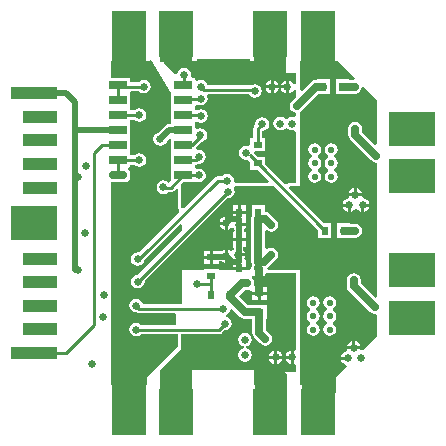
<source format=gbl>
%FSLAX24Y24*%
%MOIN*%
G70*
G01*
G75*
G04 Layer_Physical_Order=2*
G04 Layer_Color=16711680*
%ADD10R,0.0280X0.0159*%
%ADD11R,0.0450X0.0450*%
%ADD12R,0.0315X0.0236*%
%ADD13R,0.0236X0.0315*%
%ADD14R,0.0689X0.0433*%
%ADD15R,0.0689X0.0256*%
G04:AMPARAMS|DCode=16|XSize=68.9mil|YSize=25.6mil|CornerRadius=0mil|HoleSize=0mil|Usage=FLASHONLY|Rotation=0.000|XOffset=0mil|YOffset=0mil|HoleType=Round|Shape=Octagon|*
%AMOCTAGOND16*
4,1,8,0.0344,-0.0064,0.0344,0.0064,0.0281,0.0128,-0.0281,0.0128,-0.0344,0.0064,-0.0344,-0.0064,-0.0281,-0.0128,0.0281,-0.0128,0.0344,-0.0064,0.0*
%
%ADD16OCTAGOND16*%

%ADD17R,0.0950X0.1300*%
%ADD18R,0.0984X0.0394*%
%ADD19C,0.0100*%
%ADD20C,0.0197*%
%ADD21C,0.0256*%
%ADD22C,0.0787*%
%ADD23C,0.0315*%
%ADD24R,0.0400X0.0850*%
%ADD25R,0.0550X0.0150*%
%ADD26R,0.1000X0.0300*%
%ADD27R,0.0950X0.0700*%
%ADD28R,0.0600X0.0700*%
%ADD29R,0.1575X0.0394*%
%ADD30R,0.1181X0.0394*%
%ADD31R,0.1575X0.1181*%
%ADD32R,0.1181X0.1575*%
%ADD33C,0.0220*%
%ADD34C,0.0250*%
G04:AMPARAMS|DCode=35|XSize=59.1mil|YSize=26.7mil|CornerRadius=0mil|HoleSize=0mil|Usage=FLASHONLY|Rotation=0.000|XOffset=0mil|YOffset=0mil|HoleType=Round|Shape=Octagon|*
%AMOCTAGOND35*
4,1,8,0.0295,-0.0067,0.0295,0.0067,0.0229,0.0133,-0.0229,0.0133,-0.0295,0.0067,-0.0295,-0.0067,-0.0229,-0.0133,0.0229,-0.0133,0.0295,-0.0067,0.0*
%
%ADD35OCTAGOND35*%

%ADD36R,0.0591X0.0267*%
%ADD37R,0.1102X0.0276*%
%ADD38R,0.1063X0.0315*%
%ADD39R,0.1102X0.0236*%
%ADD40R,0.1102X0.0197*%
%ADD41R,0.1142X0.0315*%
%ADD42R,0.1181X0.0354*%
%ADD43R,0.1142X0.0394*%
G36*
X100478Y68589D02*
X101106D01*
X101674Y68021D01*
X101644Y67952D01*
X101463D01*
Y67986D01*
X101026D01*
Y67471D01*
X101463D01*
Y67487D01*
X101671D01*
X101760Y67505D01*
X101835Y67555D01*
X101886Y67631D01*
X101899Y67697D01*
X101960Y67724D01*
X101970Y67725D01*
X102411Y67283D01*
Y65817D01*
X102347Y65790D01*
X101912Y66225D01*
Y66328D01*
X101894Y66417D01*
X101844Y66493D01*
X101768Y66543D01*
X101680Y66561D01*
X101591Y66543D01*
X101515Y66493D01*
X101465Y66417D01*
X101447Y66328D01*
Y66128D01*
X101465Y66039D01*
X101515Y65964D01*
X102215Y65264D01*
X102291Y65214D01*
X102380Y65196D01*
X102411Y65170D01*
Y60717D01*
X102347Y60690D01*
X101862Y61175D01*
Y61278D01*
X101844Y61367D01*
X101794Y61443D01*
X101718Y61493D01*
X101630Y61511D01*
X101541Y61493D01*
X101465Y61443D01*
X101415Y61367D01*
X101397Y61278D01*
Y61078D01*
X101415Y60989D01*
X101465Y60914D01*
X102165Y60214D01*
X102241Y60164D01*
X102330Y60146D01*
X102357Y60151D01*
X102411Y60107D01*
Y59409D01*
X102411D01*
X101937Y58935D01*
X101857Y58954D01*
X101848Y58973D01*
X101849Y58978D01*
X101410D01*
X101418Y58941D01*
X101364Y58895D01*
X101342Y58890D01*
X101267Y58841D01*
X101218Y58766D01*
X101210Y58728D01*
X101430D01*
Y58628D01*
X101210D01*
X101218Y58591D01*
X101267Y58516D01*
X101342Y58466D01*
X101365Y58462D01*
X101388Y58386D01*
X101033Y58032D01*
Y57775D01*
X100478D01*
Y56888D01*
X100378D01*
Y57775D01*
X99852D01*
Y58032D01*
Y61614D01*
X98769D01*
X98747Y61684D01*
X98792Y61714D01*
X99042Y61964D01*
X99092Y62039D01*
X99110Y62128D01*
X99092Y62217D01*
X99042Y62293D01*
X98967Y62343D01*
X98878Y62361D01*
X98789Y62343D01*
X98747Y62315D01*
X98677Y62353D01*
Y62628D01*
Y62904D01*
X98747Y62941D01*
X98789Y62914D01*
X98878Y62896D01*
X98967Y62914D01*
X99042Y62964D01*
X99092Y63039D01*
X99110Y63128D01*
X99092Y63217D01*
X99042Y63293D01*
X98842Y63493D01*
X98766Y63543D01*
X98678Y63561D01*
X98663D01*
Y63786D01*
X98226D01*
Y63400D01*
X98212Y63328D01*
Y62628D01*
Y62128D01*
Y61878D01*
X98226Y61806D01*
Y61750D01*
X98212Y61678D01*
X98214Y61668D01*
X98170Y61614D01*
X98033D01*
Y61628D01*
X97596D01*
Y61614D01*
X97137D01*
Y61631D01*
X96622D01*
Y61614D01*
X95915D01*
Y60481D01*
X94598D01*
X94591Y60516D01*
X94542Y60591D01*
X94467Y60640D01*
X94380Y60658D01*
X94292Y60640D01*
X94217Y60591D01*
X94168Y60516D01*
X94150Y60428D01*
X94168Y60341D01*
X94217Y60266D01*
X94292Y60216D01*
X94380Y60199D01*
X94398Y60203D01*
X94421Y60187D01*
X94480Y60175D01*
X95653D01*
X95717Y60160D01*
Y59801D01*
X95655Y59781D01*
X94548D01*
X94542Y59791D01*
X94467Y59840D01*
X94380Y59858D01*
X94292Y59840D01*
X94217Y59791D01*
X94168Y59716D01*
X94150Y59628D01*
X94168Y59541D01*
X94217Y59466D01*
X94292Y59416D01*
X94380Y59399D01*
X94467Y59416D01*
X94542Y59466D01*
X94548Y59475D01*
X95774D01*
Y59071D01*
X94734Y58032D01*
Y57775D01*
X94179D01*
Y56888D01*
X94079D01*
Y57775D01*
X93553D01*
Y64545D01*
X94058D01*
X94175Y64662D01*
Y64895D01*
X94095Y64975D01*
X94124Y65045D01*
X94175D01*
Y65125D01*
X94311D01*
X94317Y65116D01*
X94392Y65066D01*
X94480Y65049D01*
X94567Y65066D01*
X94642Y65116D01*
X94691Y65191D01*
X94709Y65278D01*
X94691Y65366D01*
X94642Y65441D01*
X94567Y65490D01*
X94480Y65508D01*
X94392Y65490D01*
X94317Y65441D01*
X94311Y65431D01*
X94175D01*
Y65512D01*
X94175D01*
Y65545D01*
X94175D01*
Y66012D01*
X94175D01*
Y66045D01*
X94175D01*
Y66512D01*
X94175D01*
Y66545D01*
X94175D01*
Y66625D01*
X94311D01*
X94317Y66616D01*
X94392Y66566D01*
X94480Y66549D01*
X94567Y66566D01*
X94642Y66616D01*
X94691Y66691D01*
X94709Y66778D01*
X94691Y66866D01*
X94642Y66941D01*
X94567Y66990D01*
X94480Y67008D01*
X94392Y66990D01*
X94317Y66941D01*
X94311Y66931D01*
X94175D01*
Y67012D01*
X94175D01*
Y67045D01*
X94175D01*
Y67512D01*
X94175Y67512D01*
X94190Y67575D01*
X94461D01*
X94467Y67566D01*
X94542Y67516D01*
X94630Y67499D01*
X94717Y67516D01*
X94792Y67566D01*
X94841Y67641D01*
X94859Y67728D01*
X94841Y67816D01*
X94792Y67891D01*
X94717Y67940D01*
X94630Y67958D01*
X94542Y67940D01*
X94467Y67891D01*
X94461Y67881D01*
X94175D01*
Y68012D01*
X93553D01*
Y68580D01*
X94079D01*
Y69467D01*
X94179D01*
Y68580D01*
X94820D01*
Y68585D01*
X94887Y68603D01*
X95550Y67499D01*
Y67082D01*
X95550Y67045D01*
X95550Y67045D01*
Y67012D01*
X95550D01*
X95550Y67012D01*
Y66545D01*
X95550Y66545D01*
X95536Y66481D01*
X95480D01*
X95402Y66465D01*
X95336Y66421D01*
X95109Y66194D01*
X95092Y66190D01*
X95017Y66141D01*
X94968Y66066D01*
X94950Y65978D01*
X94968Y65891D01*
X95017Y65816D01*
X95092Y65766D01*
X95180Y65749D01*
X95267Y65766D01*
X95342Y65816D01*
X95391Y65891D01*
X95395Y65908D01*
X95480Y65992D01*
X95550Y65963D01*
Y65545D01*
X95550D01*
Y65512D01*
X95550D01*
Y65045D01*
X95550D01*
Y65012D01*
X95550D01*
Y64599D01*
X95479Y64529D01*
X95448Y64532D01*
X95373Y64582D01*
X95285Y64599D01*
X95198Y64582D01*
X95123Y64532D01*
X95073Y64458D01*
X95056Y64370D01*
X95073Y64282D01*
X95123Y64208D01*
X95198Y64158D01*
X95285Y64141D01*
X95373Y64158D01*
X95439Y64202D01*
X95522D01*
X95580Y64214D01*
X95630Y64247D01*
X95709Y64327D01*
X95755Y64308D01*
X95774Y64292D01*
Y63693D01*
X95776Y63683D01*
X95776Y63673D01*
X95776Y63671D01*
X95777Y63669D01*
X95777Y63667D01*
X95781Y63659D01*
X95782Y63654D01*
X95786Y63647D01*
X95792Y63634D01*
X95793Y63632D01*
X95794Y63631D01*
X95802Y63623D01*
X95804Y63621D01*
X95805Y63619D01*
X95807Y63618D01*
X95819Y63552D01*
X95817Y63538D01*
X95814Y63529D01*
X94482Y62197D01*
X94430Y62208D01*
X94342Y62190D01*
X94267Y62141D01*
X94218Y62066D01*
X94200Y61978D01*
X94218Y61891D01*
X94267Y61816D01*
X94342Y61766D01*
X94430Y61749D01*
X94517Y61766D01*
X94592Y61816D01*
X94641Y61891D01*
X94650Y61932D01*
X95851Y63133D01*
X95915Y63106D01*
Y62930D01*
X94440Y61456D01*
X94430Y61458D01*
X94342Y61440D01*
X94267Y61391D01*
X94218Y61316D01*
X94200Y61228D01*
X94218Y61141D01*
X94267Y61066D01*
X94342Y61016D01*
X94430Y60999D01*
X94517Y61016D01*
X94592Y61066D01*
X94641Y61141D01*
X94659Y61228D01*
X94657Y61239D01*
X95851Y62433D01*
D01*
X97419Y64001D01*
X97430Y63999D01*
X97517Y64016D01*
X97592Y64066D01*
X97641Y64141D01*
X97659Y64228D01*
X97641Y64316D01*
X97626Y64339D01*
X97663Y64409D01*
X98967D01*
X100413Y62964D01*
X100446Y62930D01*
Y62671D01*
X100883D01*
Y63186D01*
X100623D01*
X99464Y64345D01*
X99491Y64409D01*
X99852D01*
Y66886D01*
X99894Y66914D01*
X100451Y67471D01*
X100833D01*
Y67656D01*
X100847Y67728D01*
X100833Y67800D01*
Y67986D01*
X100396D01*
Y67961D01*
X100380D01*
X100291Y67943D01*
X100215Y67893D01*
X99917Y67595D01*
X99852Y67621D01*
Y68589D01*
X100378D01*
Y69477D01*
X100478D01*
Y68589D01*
D02*
G37*
G36*
X98494Y61421D02*
X98663D01*
Y61480D01*
X98669Y61487D01*
X98694Y61505D01*
X98710Y61514D01*
X98728Y61520D01*
X98733Y61519D01*
X98744Y61517D01*
X98758Y61513D01*
X98764Y61513D01*
X98769Y61512D01*
X99695D01*
Y58970D01*
X99627Y58922D01*
Y58701D01*
Y58480D01*
X99695Y58431D01*
Y58228D01*
X99341D01*
X99419Y58150D01*
Y57775D01*
X98904D01*
Y56888D01*
X98804D01*
Y57775D01*
X98317D01*
Y58268D01*
X96361D01*
X96294Y58283D01*
X96294Y58283D01*
D01*
X96270Y58307D01*
X96230Y58268D01*
X96230Y58249D01*
Y58247D01*
D01*
Y58247D01*
X96230Y58177D01*
Y57775D01*
X95754D01*
Y56888D01*
X95654D01*
Y57775D01*
X95167D01*
Y58189D01*
Y58268D01*
X95797Y58898D01*
X95876Y58976D01*
Y59475D01*
X97130D01*
X97188Y59487D01*
X97238Y59520D01*
X97319Y59601D01*
X97330Y59599D01*
X97417Y59616D01*
X97492Y59666D01*
X97541Y59741D01*
X97559Y59828D01*
X97541Y59916D01*
X97492Y59991D01*
X97417Y60040D01*
X97380Y60048D01*
X97371Y60097D01*
X97373Y60120D01*
X97442Y60166D01*
X97491Y60241D01*
X97499Y60281D01*
X97575Y60304D01*
X97830Y60049D01*
X97906Y59999D01*
X97994Y59981D01*
X98247D01*
Y59528D01*
X98265Y59439D01*
X98315Y59364D01*
X98515Y59164D01*
X98591Y59114D01*
X98680Y59096D01*
X98768Y59114D01*
X98844Y59164D01*
X98894Y59239D01*
X98912Y59328D01*
X98894Y59417D01*
X98844Y59493D01*
X98712Y59625D01*
Y59995D01*
X98737D01*
Y60431D01*
X98551D01*
X98480Y60446D01*
X98091D01*
X97791Y60746D01*
X97991Y60946D01*
X98080D01*
X98152Y60960D01*
X98222Y60922D01*
Y60893D01*
X98430D01*
Y61061D01*
X98353D01*
X98303Y61131D01*
X98312Y61178D01*
X98294Y61267D01*
X98244Y61343D01*
X98232Y61351D01*
X98253Y61421D01*
X98394D01*
Y61678D01*
X98494D01*
Y61421D01*
D02*
G37*
G36*
X98904Y68589D02*
X99380D01*
X99380Y68189D01*
X99656D01*
X99695Y68173D01*
Y67825D01*
X99663Y67815D01*
X99625Y67814D01*
X99582Y67879D01*
X99507Y67928D01*
X99469Y67936D01*
Y67717D01*
Y67497D01*
X99507Y67505D01*
X99582Y67554D01*
X99625Y67619D01*
X99663Y67618D01*
X99695Y67608D01*
Y67372D01*
X99565Y67243D01*
X99515Y67167D01*
X99497Y67078D01*
X99515Y66989D01*
X99565Y66914D01*
X99641Y66864D01*
X99695Y66853D01*
Y66766D01*
X99625Y66716D01*
X99577Y66725D01*
X99489Y66708D01*
X99425Y66665D01*
X99388Y66658D01*
X99372D01*
X99335Y66665D01*
X99271Y66708D01*
X99183Y66725D01*
X99095Y66708D01*
X99021Y66658D01*
X98971Y66584D01*
X98954Y66496D01*
X98971Y66408D01*
X99021Y66334D01*
X99095Y66284D01*
X99183Y66267D01*
X99271Y66284D01*
X99335Y66327D01*
X99372Y66334D01*
X99388D01*
X99425Y66327D01*
X99489Y66284D01*
X99577Y66267D01*
X99625Y66276D01*
X99695Y66227D01*
Y64511D01*
X99491D01*
X99452Y64504D01*
X99419Y64482D01*
X99336Y64473D01*
X98687Y65122D01*
Y65381D01*
X98428D01*
X98304Y65505D01*
X98333Y65575D01*
X98687D01*
Y66011D01*
X98582D01*
Y66250D01*
X98667Y66266D01*
X98742Y66316D01*
X98791Y66391D01*
X98809Y66478D01*
X98791Y66566D01*
X98742Y66641D01*
X98667Y66690D01*
X98580Y66708D01*
X98492Y66690D01*
X98417Y66641D01*
X98368Y66566D01*
X98350Y66478D01*
X98352Y66467D01*
X98321Y66436D01*
X98288Y66387D01*
X98277Y66328D01*
Y66011D01*
X98172D01*
Y65776D01*
X98102Y65737D01*
X98032Y65751D01*
X97944Y65734D01*
X97869Y65684D01*
X97820Y65609D01*
X97802Y65522D01*
X97820Y65434D01*
X97869Y65359D01*
X97944Y65310D01*
X98032Y65292D01*
X98076Y65301D01*
X98172Y65205D01*
Y64945D01*
X98431D01*
X98801Y64576D01*
X98774Y64511D01*
X97699D01*
X97645Y64566D01*
X97641Y64578D01*
X97643Y64588D01*
X97625Y64676D01*
X97576Y64750D01*
X97501Y64800D01*
X97413Y64818D01*
X97326Y64800D01*
X97251Y64750D01*
X97245Y64741D01*
X97089D01*
X97031Y64729D01*
X96981Y64696D01*
X95961Y63677D01*
X95942Y63671D01*
X95892Y63681D01*
X95876Y63691D01*
X95876Y63693D01*
Y64300D01*
X95876Y64300D01*
X95876Y64300D01*
Y64300D01*
Y64493D01*
X95928Y64545D01*
X96340D01*
X96340Y64545D01*
X96410Y64545D01*
X96465Y64534D01*
X96552Y64551D01*
X96627Y64601D01*
X96677Y64676D01*
X96679Y64687D01*
X96691Y64705D01*
X96703Y64763D01*
X96691Y64822D01*
X96679Y64840D01*
X96677Y64851D01*
X96627Y64926D01*
X96552Y64975D01*
X96465Y64993D01*
X96410Y64982D01*
X96340Y65012D01*
Y65045D01*
X96340D01*
Y65125D01*
X96365D01*
X96423Y65137D01*
X96457Y65159D01*
X96472Y65156D01*
X96560Y65174D01*
X96634Y65224D01*
X96684Y65298D01*
X96701Y65386D01*
X96684Y65474D01*
X96634Y65548D01*
X96560Y65598D01*
X96472Y65615D01*
X96447Y65610D01*
X96378Y65659D01*
X96374Y65706D01*
X96559Y65891D01*
X96604Y65900D01*
X96678Y65950D01*
X96728Y66024D01*
X96745Y66112D01*
X96728Y66200D01*
X96678Y66274D01*
X96604Y66324D01*
X96516Y66342D01*
X96428Y66324D01*
X96410Y66312D01*
X96340Y66350D01*
Y66512D01*
X96340D01*
Y66545D01*
X96410Y66555D01*
X96448Y66530D01*
X96535Y66513D01*
X96623Y66530D01*
X96698Y66580D01*
X96747Y66654D01*
X96765Y66742D01*
X96747Y66830D01*
X96698Y66904D01*
X96623Y66954D01*
X96535Y66972D01*
X96448Y66954D01*
X96414Y66931D01*
X96340D01*
Y67012D01*
X96340D01*
Y67045D01*
X96355Y67104D01*
X96418Y67132D01*
X96442Y67116D01*
X96530Y67099D01*
X96617Y67116D01*
X96692Y67166D01*
X96741Y67241D01*
X96759Y67328D01*
X96744Y67405D01*
X96775Y67475D01*
X98128D01*
X98167Y67416D01*
X98242Y67366D01*
X98330Y67349D01*
X98417Y67366D01*
X98492Y67416D01*
X98541Y67491D01*
X98559Y67578D01*
X98541Y67666D01*
X98492Y67741D01*
X98417Y67790D01*
X98330Y67808D01*
X98242Y67790D01*
X98228Y67781D01*
X96748D01*
X96741Y67816D01*
X96692Y67891D01*
X96617Y67940D01*
X96530Y67958D01*
X96442Y67940D01*
X96410Y67919D01*
X96340Y67957D01*
Y68012D01*
X96250D01*
X96200Y68082D01*
X96209Y68128D01*
X96191Y68216D01*
X96142Y68291D01*
X96067Y68340D01*
X95980Y68358D01*
X95892Y68340D01*
X95817Y68291D01*
X95768Y68216D01*
X95758Y68169D01*
X95682Y68146D01*
X95304Y68525D01*
X95331Y68589D01*
X95654D01*
Y69477D01*
X95754D01*
Y68589D01*
X96394D01*
Y68661D01*
X98163D01*
Y68589D01*
X98804D01*
Y69477D01*
X98904D01*
Y68589D01*
D02*
G37*
%LPC*%
G36*
X98737Y60793D02*
X98530D01*
Y60625D01*
X98737D01*
Y60793D01*
D02*
G37*
G36*
X100830Y60742D02*
X100748Y60726D01*
X100678Y60680D01*
X100632Y60610D01*
X100615Y60528D01*
X100632Y60446D01*
X100678Y60377D01*
X100730Y60342D01*
X100734Y60326D01*
Y60280D01*
X100730Y60264D01*
X100678Y60230D01*
X100632Y60160D01*
X100615Y60078D01*
X100632Y59996D01*
X100678Y59927D01*
X100730Y59892D01*
X100734Y59876D01*
Y59830D01*
X100730Y59814D01*
X100678Y59780D01*
X100632Y59710D01*
X100615Y59628D01*
X100632Y59546D01*
X100678Y59477D01*
X100748Y59431D01*
X100830Y59414D01*
X100911Y59431D01*
X100981Y59477D01*
X101027Y59546D01*
X101044Y59628D01*
X101027Y59710D01*
X100981Y59780D01*
X100929Y59814D01*
X100925Y59830D01*
Y59876D01*
X100929Y59892D01*
X100981Y59927D01*
X101027Y59996D01*
X101044Y60078D01*
X101027Y60160D01*
X100981Y60230D01*
X100929Y60264D01*
X100925Y60280D01*
Y60326D01*
X100929Y60342D01*
X100981Y60377D01*
X101027Y60446D01*
X101044Y60528D01*
X101027Y60610D01*
X100981Y60680D01*
X100911Y60726D01*
X100830Y60742D01*
D02*
G37*
G36*
X98430Y60793D02*
X98222D01*
Y60625D01*
X98430D01*
Y60793D01*
D02*
G37*
G36*
X97328Y62298D02*
X97290Y62290D01*
X97215Y62241D01*
X97207Y62228D01*
X97137Y62249D01*
Y62261D01*
X96930D01*
Y62043D01*
Y61825D01*
X97137D01*
Y61907D01*
X97207Y61929D01*
X97215Y61916D01*
X97290Y61866D01*
X97328Y61859D01*
Y62078D01*
Y62298D01*
D02*
G37*
G36*
X98033Y62578D02*
X97596D01*
Y62371D01*
X97612D01*
X97633Y62301D01*
X97617Y62291D01*
X97604Y62271D01*
X97540Y62241D01*
X97465Y62290D01*
X97428Y62298D01*
Y62078D01*
Y61859D01*
X97465Y61866D01*
X97526Y61907D01*
X97575Y61892D01*
X97596Y61876D01*
Y61728D01*
X98033D01*
Y61936D01*
X98006D01*
X97968Y62006D01*
X97991Y62041D01*
X97999Y62078D01*
X97780D01*
Y62178D01*
X97999D01*
X97991Y62216D01*
X97942Y62291D01*
X97926Y62301D01*
X97948Y62371D01*
X98033D01*
Y62578D01*
D02*
G37*
G36*
X96830Y62261D02*
X96622D01*
Y62093D01*
X96830D01*
Y62261D01*
D02*
G37*
G36*
X98737Y61061D02*
X98530D01*
Y60893D01*
X98737D01*
Y61061D01*
D02*
G37*
G36*
X96830Y61993D02*
X96622D01*
Y61825D01*
X96830D01*
Y61993D01*
D02*
G37*
G36*
X100280Y60742D02*
X100198Y60726D01*
X100128Y60680D01*
X100082Y60610D01*
X100065Y60528D01*
X100082Y60446D01*
X100128Y60377D01*
X100180Y60342D01*
X100184Y60326D01*
Y60280D01*
X100180Y60264D01*
X100128Y60230D01*
X100082Y60160D01*
X100065Y60078D01*
X100082Y59996D01*
X100128Y59927D01*
X100180Y59892D01*
X100184Y59876D01*
Y59830D01*
X100180Y59814D01*
X100128Y59780D01*
X100082Y59710D01*
X100065Y59628D01*
X100082Y59546D01*
X100128Y59477D01*
X100198Y59431D01*
X100280Y59414D01*
X100361Y59431D01*
X100431Y59477D01*
X100477Y59546D01*
X100494Y59628D01*
X100477Y59710D01*
X100431Y59780D01*
X100379Y59814D01*
X100375Y59830D01*
Y59876D01*
X100379Y59892D01*
X100431Y59927D01*
X100477Y59996D01*
X100494Y60078D01*
X100477Y60160D01*
X100431Y60230D01*
X100379Y60264D01*
X100375Y60280D01*
Y60326D01*
X100379Y60342D01*
X100431Y60377D01*
X100477Y60446D01*
X100494Y60528D01*
X100477Y60610D01*
X100431Y60680D01*
X100361Y60726D01*
X100280Y60742D01*
D02*
G37*
G36*
X99527Y58651D02*
X99357D01*
X99365Y58613D01*
X99415Y58539D01*
X99489Y58489D01*
X99527Y58481D01*
Y58651D01*
D02*
G37*
G36*
X98002Y59521D02*
X97914Y59503D01*
X97840Y59454D01*
X97790Y59379D01*
X97773Y59291D01*
X97790Y59204D01*
X97840Y59129D01*
X97914Y59079D01*
X97956Y59071D01*
Y59000D01*
X97914Y58991D01*
X97840Y58942D01*
X97790Y58867D01*
X97773Y58780D01*
X97790Y58692D01*
X97840Y58617D01*
X97914Y58568D01*
X98002Y58550D01*
X98090Y58568D01*
X98164Y58617D01*
X98214Y58692D01*
X98231Y58780D01*
X98214Y58867D01*
X98164Y58942D01*
X98090Y58991D01*
X98048Y59000D01*
Y59071D01*
X98090Y59079D01*
X98164Y59129D01*
X98214Y59204D01*
X98231Y59291D01*
X98214Y59379D01*
X98164Y59454D01*
X98090Y59503D01*
X98002Y59521D01*
D02*
G37*
G36*
X98976Y58651D02*
X98806D01*
X98814Y58613D01*
X98863Y58539D01*
X98938Y58489D01*
X98976Y58481D01*
Y58651D01*
D02*
G37*
G36*
X99245D02*
X99076D01*
Y58481D01*
X99113Y58489D01*
X99188Y58539D01*
X99238Y58613D01*
X99245Y58651D01*
D02*
G37*
G36*
X98976Y58920D02*
X98938Y58913D01*
X98863Y58863D01*
X98814Y58789D01*
X98806Y58751D01*
X98976D01*
Y58920D01*
D02*
G37*
G36*
X101580Y59248D02*
X101542Y59240D01*
X101467Y59191D01*
X101418Y59116D01*
X101410Y59078D01*
X101580D01*
Y59248D01*
D02*
G37*
G36*
X101680D02*
Y59078D01*
X101849D01*
X101841Y59116D01*
X101792Y59191D01*
X101717Y59240D01*
X101680Y59248D01*
D02*
G37*
G36*
X99076Y58920D02*
Y58751D01*
X99245D01*
X99238Y58789D01*
X99188Y58863D01*
X99113Y58913D01*
X99076Y58920D01*
D02*
G37*
G36*
X99527D02*
X99489Y58913D01*
X99415Y58863D01*
X99365Y58789D01*
X99357Y58751D01*
X99527D01*
Y58920D01*
D02*
G37*
G36*
X100880Y65842D02*
X100798Y65826D01*
X100728Y65780D01*
X100682Y65710D01*
X100665Y65628D01*
X100682Y65546D01*
X100728Y65477D01*
X100780Y65442D01*
X100784Y65426D01*
Y65380D01*
X100780Y65364D01*
X100728Y65330D01*
X100682Y65260D01*
X100665Y65178D01*
X100682Y65096D01*
X100728Y65027D01*
X100780Y64992D01*
X100784Y64976D01*
Y64930D01*
X100780Y64914D01*
X100728Y64880D01*
X100682Y64810D01*
X100665Y64728D01*
X100682Y64646D01*
X100728Y64577D01*
X100798Y64531D01*
X100880Y64514D01*
X100961Y64531D01*
X101031Y64577D01*
X101077Y64646D01*
X101094Y64728D01*
X101077Y64810D01*
X101031Y64880D01*
X100979Y64914D01*
X100975Y64930D01*
Y64976D01*
X100979Y64992D01*
X101031Y65027D01*
X101077Y65096D01*
X101094Y65178D01*
X101077Y65260D01*
X101031Y65330D01*
X100979Y65364D01*
X100975Y65380D01*
Y65426D01*
X100979Y65442D01*
X101031Y65477D01*
X101077Y65546D01*
X101094Y65628D01*
X101077Y65710D01*
X101031Y65780D01*
X100961Y65826D01*
X100880Y65842D01*
D02*
G37*
G36*
X98857Y67667D02*
X98688D01*
X98696Y67629D01*
X98745Y67554D01*
X98820Y67505D01*
X98857Y67497D01*
Y67667D01*
D02*
G37*
G36*
X101730Y64348D02*
Y64178D01*
X101899D01*
X101891Y64216D01*
X101842Y64291D01*
X101767Y64340D01*
X101730Y64348D01*
D02*
G37*
G36*
X100330Y65842D02*
X100248Y65826D01*
X100178Y65780D01*
X100132Y65710D01*
X100115Y65628D01*
X100132Y65546D01*
X100178Y65477D01*
X100230Y65442D01*
X100234Y65426D01*
Y65380D01*
X100230Y65364D01*
X100178Y65330D01*
X100132Y65260D01*
X100115Y65178D01*
X100132Y65096D01*
X100178Y65027D01*
X100230Y64992D01*
X100234Y64976D01*
Y64930D01*
X100230Y64914D01*
X100178Y64880D01*
X100132Y64810D01*
X100115Y64728D01*
X100132Y64646D01*
X100178Y64577D01*
X100248Y64531D01*
X100330Y64514D01*
X100411Y64531D01*
X100481Y64577D01*
X100527Y64646D01*
X100544Y64728D01*
X100527Y64810D01*
X100481Y64880D01*
X100429Y64914D01*
X100425Y64930D01*
Y64976D01*
X100429Y64992D01*
X100481Y65027D01*
X100527Y65096D01*
X100544Y65178D01*
X100527Y65260D01*
X100481Y65330D01*
X100429Y65364D01*
X100425Y65380D01*
Y65426D01*
X100429Y65442D01*
X100481Y65477D01*
X100527Y65546D01*
X100544Y65628D01*
X100527Y65710D01*
X100481Y65780D01*
X100411Y65826D01*
X100330Y65842D01*
D02*
G37*
G36*
X99127Y67667D02*
X98957D01*
Y67497D01*
X98995Y67505D01*
X99070Y67554D01*
X99119Y67629D01*
X99127Y67667D01*
D02*
G37*
G36*
X98957Y67936D02*
Y67767D01*
X99127D01*
X99119Y67804D01*
X99070Y67879D01*
X98995Y67928D01*
X98957Y67936D01*
D02*
G37*
G36*
X99369D02*
X99332Y67928D01*
X99257Y67879D01*
X99207Y67804D01*
X99200Y67767D01*
X99369D01*
Y67936D01*
D02*
G37*
G36*
Y67667D02*
X99200D01*
X99207Y67629D01*
X99257Y67554D01*
X99332Y67505D01*
X99369Y67497D01*
Y67667D01*
D02*
G37*
G36*
X98857Y67936D02*
X98820Y67928D01*
X98745Y67879D01*
X98696Y67804D01*
X98688Y67767D01*
X98857D01*
Y67936D01*
D02*
G37*
G36*
X101630Y64348D02*
X101592Y64340D01*
X101517Y64291D01*
X101468Y64216D01*
X101460Y64178D01*
X101630D01*
Y64348D01*
D02*
G37*
G36*
X97330Y63396D02*
X97292Y63388D01*
X97217Y63339D01*
X97168Y63264D01*
X97160Y63226D01*
X97330D01*
Y63396D01*
D02*
G37*
G36*
X98033Y63478D02*
X97596D01*
Y63380D01*
X97580Y63367D01*
X97526Y63349D01*
X97467Y63388D01*
X97430Y63396D01*
Y63176D01*
Y62957D01*
X97467Y62964D01*
X97542Y63014D01*
X97542Y63014D01*
X97623Y63010D01*
X97652Y62966D01*
X97668Y62956D01*
X97647Y62886D01*
X97596D01*
Y62678D01*
X98033D01*
Y62886D01*
X97983D01*
X97961Y62956D01*
X97977Y62966D01*
X98027Y63041D01*
X98034Y63078D01*
X97815D01*
Y63178D01*
X98034D01*
X98030Y63201D01*
X98033Y63271D01*
X98033Y63271D01*
X98033Y63271D01*
Y63478D01*
D02*
G37*
G36*
X101513Y63186D02*
X101076D01*
Y63000D01*
X101062Y62928D01*
X101076Y62856D01*
Y62671D01*
X101513D01*
Y62696D01*
X101680D01*
X101768Y62714D01*
X101844Y62764D01*
X101894Y62839D01*
X101912Y62928D01*
X101894Y63017D01*
X101844Y63093D01*
X101768Y63143D01*
X101680Y63161D01*
X101513D01*
Y63186D01*
D02*
G37*
G36*
X97330Y63126D02*
X97160D01*
X97168Y63089D01*
X97217Y63014D01*
X97292Y62964D01*
X97330Y62957D01*
Y63126D01*
D02*
G37*
G36*
X101430Y63728D02*
X101260D01*
X101268Y63691D01*
X101317Y63616D01*
X101392Y63566D01*
X101430Y63559D01*
Y63728D01*
D02*
G37*
G36*
X97765Y63786D02*
X97596D01*
Y63578D01*
X97765D01*
Y63786D01*
D02*
G37*
G36*
X98033D02*
X97865D01*
Y63578D01*
X98033D01*
Y63786D01*
D02*
G37*
G36*
X101899Y64078D02*
X101460D01*
X101468Y64041D01*
X101414Y63995D01*
X101392Y63990D01*
X101317Y63941D01*
X101268Y63866D01*
X101260Y63828D01*
X101480D01*
Y63778D01*
X101530D01*
Y63559D01*
X101567Y63566D01*
X101642Y63616D01*
X101662Y63647D01*
X101747D01*
X101767Y63616D01*
X101842Y63566D01*
X101880Y63559D01*
Y63778D01*
X101930D01*
Y63828D01*
X102149D01*
X102141Y63866D01*
X102092Y63941D01*
X102017Y63990D01*
X101950Y64004D01*
X101923Y64021D01*
X101898Y64073D01*
X101899Y64078D01*
D02*
G37*
G36*
X102149Y63728D02*
X101980D01*
Y63559D01*
X102017Y63566D01*
X102092Y63616D01*
X102141Y63691D01*
X102149Y63728D01*
D02*
G37*
%LPD*%
D12*
X98430Y65793D02*
D03*
Y65163D02*
D03*
X98480Y60843D02*
D03*
Y60213D02*
D03*
X96880Y61413D02*
D03*
Y62043D02*
D03*
D13*
X100665Y62928D02*
D03*
X101294D02*
D03*
X100615Y67728D02*
D03*
X101244D02*
D03*
X97494Y60778D02*
D03*
X96865D02*
D03*
X98444Y63528D02*
D03*
X97815D02*
D03*
X98444Y62628D02*
D03*
X97815D02*
D03*
X98444Y61678D02*
D03*
X97815D02*
D03*
D19*
X96865Y61132D02*
Y61398D01*
Y60778D02*
Y61132D01*
X96407D02*
X96865D01*
Y61398D02*
X96880Y61413D01*
X96230Y65778D02*
X96540Y66088D01*
X95945Y65778D02*
X96230D01*
X97089Y64588D02*
X97413D01*
X94480Y61978D02*
X97089Y64588D01*
X94430Y61228D02*
X97430Y64228D01*
X95285Y64370D02*
X95300Y64355D01*
X95522D01*
X95945Y64778D01*
Y67278D02*
X95995Y67328D01*
X96530D01*
X93780Y67778D02*
X93830Y67728D01*
X94630D01*
X96530D02*
X96630Y67628D01*
X98280D01*
X98330Y67578D01*
X98157Y65436D02*
X98430Y65163D01*
X96365Y65278D02*
X96472Y65386D01*
X95945Y65278D02*
X96365D01*
X95945Y67778D02*
X95980Y67813D01*
Y68128D01*
X93780Y67278D02*
Y67778D01*
X98430Y66328D02*
X98580Y66478D01*
X98430Y65793D02*
Y66328D01*
Y65163D02*
X100665Y62928D01*
X95945Y64778D02*
X95960Y64763D01*
X96465D01*
X96550D01*
X93230Y65778D02*
X93780D01*
X94380Y60428D02*
X94480Y60328D01*
X97280D01*
X94380Y59628D02*
X97130D01*
X97330Y59828D01*
X94430Y61978D02*
X94480D01*
X93780Y66778D02*
X94480D01*
X93780Y65278D02*
X94480D01*
X93780Y64778D02*
Y65278D01*
X97280Y60328D02*
Y60378D01*
X90980Y59634D02*
X90985Y59628D01*
X90980Y59634D02*
X91124Y59778D01*
X90980Y58847D02*
X92026D01*
X92970Y59791D01*
Y65519D02*
X93230Y65778D01*
X92970Y59791D02*
Y64963D01*
X92982Y64975D01*
Y65202D01*
X92970Y65214D02*
X92982Y65202D01*
X92970Y65214D02*
Y65519D01*
X95945Y66778D02*
X96496D01*
D20*
X95180Y65978D02*
X95480Y66278D01*
X95945D01*
X92330D02*
X93780D01*
X90980Y67508D02*
X92050D01*
X97578Y61878D02*
X97815D01*
X97343Y62043D02*
X97378Y62078D01*
X96880Y62043D02*
X97343D01*
X97815Y62628D02*
Y63328D01*
Y61878D02*
Y62628D01*
X97378Y62078D02*
X97578Y61878D01*
X97531Y63328D02*
X97815D01*
X97380Y63176D02*
X97531Y63328D01*
X92330Y61628D02*
Y66278D01*
Y67228D01*
X92050Y67508D02*
X92330Y67228D01*
D21*
X98444Y62128D02*
Y62628D01*
Y61878D02*
Y62128D01*
Y61878D02*
X98628D01*
X98444Y61678D02*
X98480Y61643D01*
Y60843D02*
Y61643D01*
X97494Y60713D02*
Y60778D01*
Y60713D02*
X97994Y60213D01*
X98480D01*
Y59528D02*
Y60213D01*
Y59528D02*
X98680Y59328D01*
X97494Y60778D02*
X97894Y61178D01*
X98080D01*
X98444Y63328D02*
X98678D01*
X98444Y62628D02*
Y63328D01*
X98678D02*
X98878Y63128D01*
X98628Y61878D02*
X98878Y62128D01*
X101680Y66128D02*
Y66328D01*
Y66128D02*
X102380Y65428D01*
X100380Y67728D02*
X100615D01*
X99730Y67078D02*
X100380Y67728D01*
X101353Y67720D02*
X101671D01*
X101294Y62928D02*
X101680D01*
X101630Y61078D02*
Y61278D01*
Y61078D02*
X102330Y60378D01*
D29*
X90980Y67508D02*
D03*
Y58847D02*
D03*
D30*
X91176Y66721D02*
D03*
Y65933D02*
D03*
Y65146D02*
D03*
Y64359D02*
D03*
Y61996D02*
D03*
Y61209D02*
D03*
Y60422D02*
D03*
Y59634D02*
D03*
D31*
X90980Y63178D02*
D03*
X103578Y61603D02*
D03*
X103568Y60028D02*
D03*
Y64752D02*
D03*
X103578Y66327D02*
D03*
D32*
X98854Y69477D02*
D03*
X94129Y69467D02*
D03*
X95704Y69477D02*
D03*
X100428D02*
D03*
X94129Y56888D02*
D03*
X95704D02*
D03*
X98854D02*
D03*
X100428D02*
D03*
D33*
X100330Y65178D02*
D03*
X100880D02*
D03*
Y64728D02*
D03*
X100330D02*
D03*
X100880Y65628D02*
D03*
X100330D02*
D03*
X100280Y60078D02*
D03*
X100830D02*
D03*
Y59628D02*
D03*
X100280D02*
D03*
X100830Y60528D02*
D03*
X100280D02*
D03*
D34*
X96407Y61132D02*
D03*
X96516Y66112D02*
D03*
X98032Y65522D02*
D03*
X96535Y66742D02*
D03*
X97413Y64588D02*
D03*
X97430Y64228D02*
D03*
X98002Y58780D02*
D03*
Y59291D02*
D03*
X99026Y58701D02*
D03*
X99577D02*
D03*
X98907Y67717D02*
D03*
X99419D02*
D03*
X99577Y66496D02*
D03*
X99183D02*
D03*
X95285Y64370D02*
D03*
X96530Y67328D02*
D03*
X96472Y65386D02*
D03*
X94630Y67728D02*
D03*
X96530D02*
D03*
X98330Y67578D02*
D03*
X95980Y68128D02*
D03*
X98580Y66478D02*
D03*
X95180Y65978D02*
D03*
X96465Y64763D02*
D03*
X94380Y59628D02*
D03*
Y60428D02*
D03*
X94430Y61978D02*
D03*
Y61228D02*
D03*
X92430Y64728D02*
D03*
X94480Y66778D02*
D03*
Y65278D02*
D03*
X97280Y60328D02*
D03*
X98680Y59328D02*
D03*
X97330Y59828D02*
D03*
X98080Y61178D02*
D03*
X98444Y62128D02*
D03*
X97780D02*
D03*
X97815Y63128D02*
D03*
X98444D02*
D03*
X101680Y64128D02*
D03*
X101930Y63778D02*
D03*
X101480D02*
D03*
X101630Y59028D02*
D03*
X101880Y58678D02*
D03*
X101430D02*
D03*
X98878Y63128D02*
D03*
X97380Y63176D02*
D03*
X97378Y62078D02*
D03*
X98878Y62128D02*
D03*
X102380Y65428D02*
D03*
X101680Y66328D02*
D03*
Y62928D02*
D03*
X101630Y61278D02*
D03*
X101671Y67720D02*
D03*
X99730Y67078D02*
D03*
X102330Y60378D02*
D03*
X92430Y61628D02*
D03*
X92894Y58474D02*
D03*
X92707Y65089D02*
D03*
X93297Y60778D02*
D03*
X93278Y60030D02*
D03*
X92687Y62844D02*
D03*
D35*
X93780Y64778D02*
D03*
D36*
Y65278D02*
D03*
Y65778D02*
D03*
Y66278D02*
D03*
Y66778D02*
D03*
Y67278D02*
D03*
Y67778D02*
D03*
X95945Y64778D02*
D03*
Y65278D02*
D03*
Y65778D02*
D03*
Y66278D02*
D03*
Y66778D02*
D03*
Y67278D02*
D03*
Y67778D02*
D03*
D37*
X98868Y57697D02*
D03*
D38*
X95699Y57756D02*
D03*
D39*
X98829Y68622D02*
D03*
D40*
X95718Y68642D02*
D03*
D41*
X94124Y68622D02*
D03*
D42*
X100443Y68642D02*
D03*
D43*
X100463Y57717D02*
D03*
X94124D02*
D03*
M02*

</source>
